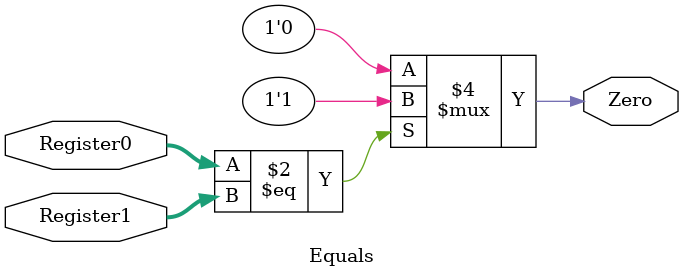
<source format=v>
module Equals
(
	input [31:0] Register0,
	input [31:0] Register1,
	
	output reg Zero
);

always@(*) begin
	if(Register0 == Register1)
		Zero <= 1;
	else	
		Zero <= 0;
end

endmodule

</source>
